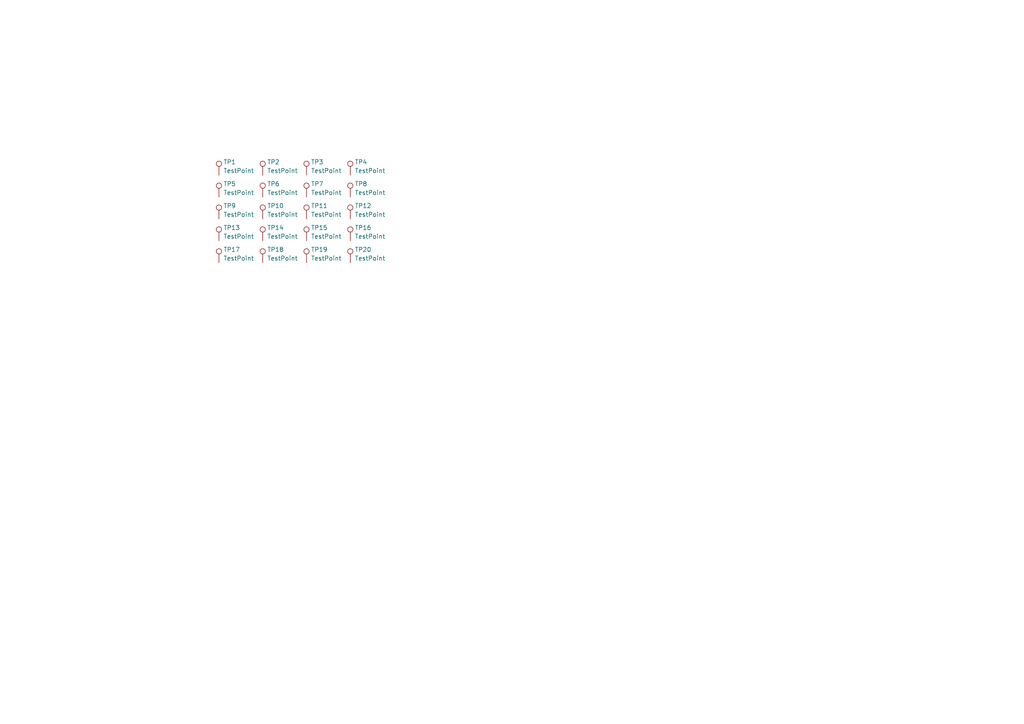
<source format=kicad_sch>
(kicad_sch (version 20230121) (generator eeschema)
  (paper "A4")
  (lib_symbols
    (symbol "Connector:TestPoint" (pin_numbers hide) (pin_names (offset 0.762) hide)
      (property "Reference" "TP" (at 0 6.858 0))
      (property "Value" "TestPoint" (at 0 5.08 0))
      (symbol "TestPoint_0_1"
        (circle (center 0 3.302) (radius 0.762))
      )
      (symbol "TestPoint_1_1"
        (pin passive line (at 0 0 90) (length 2.54) (name "1") (number "1"))
      )
    )
  )
  (symbol (lib_id "Connector:TestPoint") (at 63.5 57.15 0) (unit 1)
    (property "Reference" "TP5" (at 64.77 53.34 0) (effects (justify left)))
    (property "Value" "TestPoint" (at 64.77 55.88 0) (effects (justify left)))
    (property "Footprint" "corevus:LGA_Spring" (effects hide))
  )
  (symbol (lib_id "Connector:TestPoint") (at 88.9 76.2 0) (unit 1)
    (property "Reference" "TP19" (at 90.17 72.39 0) (effects (justify left)))
    (property "Value" "TestPoint" (at 90.17 74.93 0) (effects (justify left)))
    (property "Footprint" "corevus:LGA_Spring" (effects hide))
  )
  (symbol (lib_id "Connector:TestPoint") (at 63.5 63.5 0) (unit 1)
    (property "Reference" "TP9" (at 64.77 59.69 0) (effects (justify left)))
    (property "Value" "TestPoint" (at 64.77 62.23 0) (effects (justify left)))
    (property "Footprint" "corevus:LGA_Spring" (effects hide))
  )
  (symbol (lib_id "Connector:TestPoint") (at 76.2 63.5 0) (unit 1)
    (property "Reference" "TP10" (at 77.47 59.69 0) (effects (justify left)))
    (property "Value" "TestPoint" (at 77.47 62.23 0) (effects (justify left)))
    (property "Footprint" "corevus:LGA_Spring" (effects hide))
  )
  (symbol (lib_id "Connector:TestPoint") (at 88.9 69.85 0) (unit 1)
    (property "Reference" "TP15" (at 90.17 66.04 0) (effects (justify left)))
    (property "Value" "TestPoint" (at 90.17 68.58 0) (effects (justify left)))
    (property "Footprint" "corevus:LGA_Spring" (effects hide))
  )
  (symbol (lib_id "Connector:TestPoint") (at 63.5 69.85 0) (unit 1)
    (property "Reference" "TP13" (at 64.77 66.04 0) (effects (justify left)))
    (property "Value" "TestPoint" (at 64.77 68.58 0) (effects (justify left)))
    (property "Footprint" "corevus:LGA_Spring" (effects hide))
  )
  (symbol (lib_id "Connector:TestPoint") (at 88.9 50.8 0) (unit 1)
    (property "Reference" "TP3" (at 90.17 46.99 0) (effects (justify left)))
    (property "Value" "TestPoint" (at 90.17 49.53 0) (effects (justify left)))
    (property "Footprint" "corevus:LGA_Spring" (effects hide))
  )
  (symbol (lib_id "Connector:TestPoint") (at 101.6 69.85 0) (unit 1)
    (property "Reference" "TP16" (at 102.87 66.04 0) (effects (justify left)))
    (property "Value" "TestPoint" (at 102.87 68.58 0) (effects (justify left)))
    (property "Footprint" "corevus:LGA_Spring" (effects hide))
  )
  (symbol (lib_id "Connector:TestPoint") (at 63.5 76.2 0) (unit 1)
    (property "Reference" "TP17" (at 64.77 72.39 0) (effects (justify left)))
    (property "Value" "TestPoint" (at 64.77 74.93 0) (effects (justify left)))
    (property "Footprint" "corevus:LGA_Spring" (effects hide))
  )
  (symbol (lib_id "Connector:TestPoint") (at 101.6 50.8 0) (unit 1)
    (property "Reference" "TP4" (at 102.87 46.99 0) (effects (justify left)))
    (property "Value" "TestPoint" (at 102.87 49.53 0) (effects (justify left)))
    (property "Footprint" "corevus:LGA_Spring" (effects hide))
  )
  (symbol (lib_id "Connector:TestPoint") (at 76.2 57.15 0) (unit 1)
    (property "Reference" "TP6" (at 77.47 53.34 0) (effects (justify left)))
    (property "Value" "TestPoint" (at 77.47 55.88 0) (effects (justify left)))
    (property "Footprint" "corevus:LGA_Spring" (effects hide))
  )
  (symbol (lib_id "Connector:TestPoint") (at 63.5 50.8 0) (unit 1)
    (property "Reference" "TP1" (at 64.77 46.99 0) (effects (justify left)))
    (property "Value" "TestPoint" (at 64.77 49.53 0) (effects (justify left)))
    (property "Footprint" "corevus:LGA_Spring" (effects hide))
  )
  (symbol (lib_id "Connector:TestPoint") (at 88.9 57.15 0) (unit 1)
    (property "Reference" "TP7" (at 90.17 53.34 0) (effects (justify left)))
    (property "Value" "TestPoint" (at 90.17 55.88 0) (effects (justify left)))
    (property "Footprint" "corevus:LGA_Spring" (effects hide))
  )
  (symbol (lib_id "Connector:TestPoint") (at 88.9 63.5 0) (unit 1)
    (property "Reference" "TP11" (at 90.17 59.69 0) (effects (justify left)))
    (property "Value" "TestPoint" (at 90.17 62.23 0) (effects (justify left)))
    (property "Footprint" "corevus:LGA_Spring" (effects hide))
  )
  (symbol (lib_id "Connector:TestPoint") (at 76.2 76.2 0) (unit 1)
    (property "Reference" "TP18" (at 77.47 72.39 0) (effects (justify left)))
    (property "Value" "TestPoint" (at 77.47 74.93 0) (effects (justify left)))
    (property "Footprint" "corevus:LGA_Spring" (effects hide))
  )
  (symbol (lib_id "Connector:TestPoint") (at 101.6 57.15 0) (unit 1)
    (property "Reference" "TP8" (at 102.87 53.34 0) (effects (justify left)))
    (property "Value" "TestPoint" (at 102.87 55.88 0) (effects (justify left)))
    (property "Footprint" "corevus:LGA_Spring" (effects hide))
  )
  (symbol (lib_id "Connector:TestPoint") (at 76.2 69.85 0) (unit 1)
    (property "Reference" "TP14" (at 77.47 66.04 0) (effects (justify left)))
    (property "Value" "TestPoint" (at 77.47 68.58 0) (effects (justify left)))
    (property "Footprint" "corevus:LGA_Spring" (effects hide))
  )
  (symbol (lib_id "Connector:TestPoint") (at 101.6 63.5 0) (unit 1)
    (property "Reference" "TP12" (at 102.87 59.69 0) (effects (justify left)))
    (property "Value" "TestPoint" (at 102.87 62.23 0) (effects (justify left)))
    (property "Footprint" "corevus:LGA_Spring" (effects hide))
  )
  (symbol (lib_id "Connector:TestPoint") (at 101.6 76.2 0) (unit 1)
    (property "Reference" "TP20" (at 102.87 72.39 0) (effects (justify left)))
    (property "Value" "TestPoint" (at 102.87 74.93 0) (effects (justify left)))
    (property "Footprint" "corevus:LGA_Spring" (effects hide))
  )
  (symbol (lib_id "Connector:TestPoint") (at 76.2 50.8 0) (unit 1)
    (property "Reference" "TP2" (at 77.47 46.99 0) (effects (justify left)))
    (property "Value" "TestPoint" (at 77.47 49.53 0) (effects (justify left)))
    (property "Footprint" "corevus:LGA_Spring" (effects hide))
  )
)
</source>
